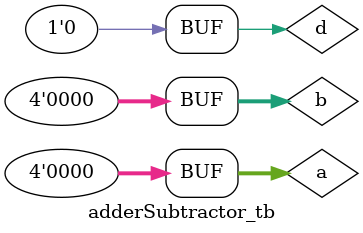
<source format=v>
`include "adder.v"
`include "inverter.v"


module adderSubtractor(s,ovf,a,b,d); 
	input [3:0] a,b;
	input d;
	output [3:0]s;
	output ovf;
	wire ovf;
	
	wire [3:0] invb;
	inverter myInverter(invb, b, d);
	adder myAdder(s,ovf, a, invb, d);
endmodule

module adderSubtractor_tb();
	reg [3:0] a,b;
	reg d;
	wire [3:0]s;
	wire overflowFlag;

adderSubtractor myAdderSubtractor(
	.a(a),
	.b(b),
	.d(d),
	.s(s),
	.ovf(overflowFlag)
	);
	always @* begin
	$display(" a   +/-  b   d   output overflow");
	$monitor("%4b    %4b  %b   %4b	  %b  ", a,b,d,s,overflowFlag);
		//-------------------------subtraction--------------------//
		#10
		a=4'b1000; // -8 - -2 = -6
		b=4'b1110;
		d = 1;//output should be 0111 overflow 0	
		
		#10;
		a = 4'b1111;  //-1 - -2 = 1
		b = 4'b1110; 
		d= 1;//output should be 0001 overflow 0
		
		#10;
		a = 4'b0111; //7 - -6 = 13
		b = 4'b1010; 
		d= 1;//output should be 0011 overflow 1
		
		#10;
		a = 4'b0011 ; // 3 - 1 = 2
		b = 4'b0001 ;
		d =1;
		#10; //output should be 0010 overflow 0
		
		a = 4'b1000; //-6 - 1 = -9 
		b = 4'b0001;//output should be 0101 overflow 1
		d=1;
		#10;
		//-------------------------addition----------------------------
		a=4'b1001;
		b=4'b0110;
		d =0;
		#10; //output should be 1111 overflow 0
		
		a=4'b0111;
		b=4'b0001;
		d=0;
		#10;	//output should be 1000 overflow 1
		
		a=4'b0111;
		b=4'b0001;
		d=0;
		#10; //output should be 1000 
		
		a = 4'b0011 ;
		b = 4'b1010 ;
		d =0; 
		#10; //output should be 1101 
		
		a = 4'b1101;
		b = 4'b1000;
		d =0;
		#10;//output should be 0101 
		
		a=4'b1111; //output should be 1101 
		b=4'b1110;
		d=0;
		#10
		
		a=4'b0000;
		b=4'b0000;
		d=0;	//output should be 0000 
		#10;
	end
endmodule
</source>
